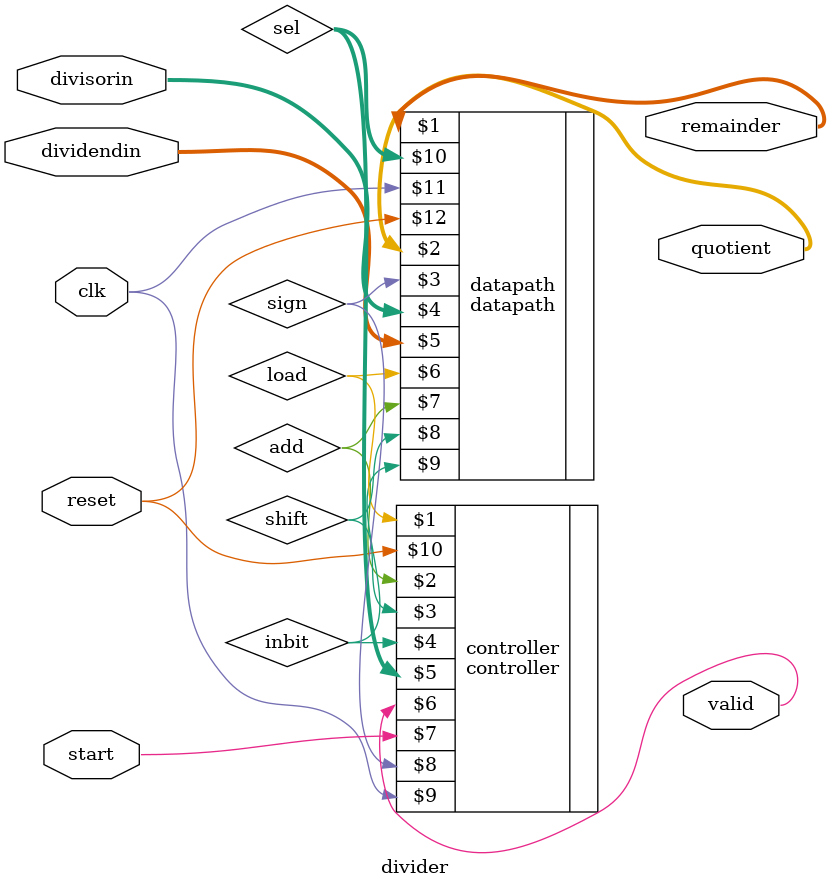
<source format=v>


module divider(
         remainder,
         quotient,
	 valid,
         divisorin,
         dividendin,
         start,
         clk,
         reset);

output [6:0] remainder;
output [7:0] quotient;
output valid;  
input [6:0] divisorin;
input [7:0] dividendin;
input start;
input clk;
input reset;

wire load;
wire add;
wire shift;
wire inbit;
wire [1:0] sel;
wire sign;

controller controller(load, add, shift, inbit, sel, valid, start, sign, clk, reset);

datapath datapath(remainder, quotient, sign, divisorin, dividendin, load, add, shift, inbit, sel, clk, reset);

endmodule

</source>
